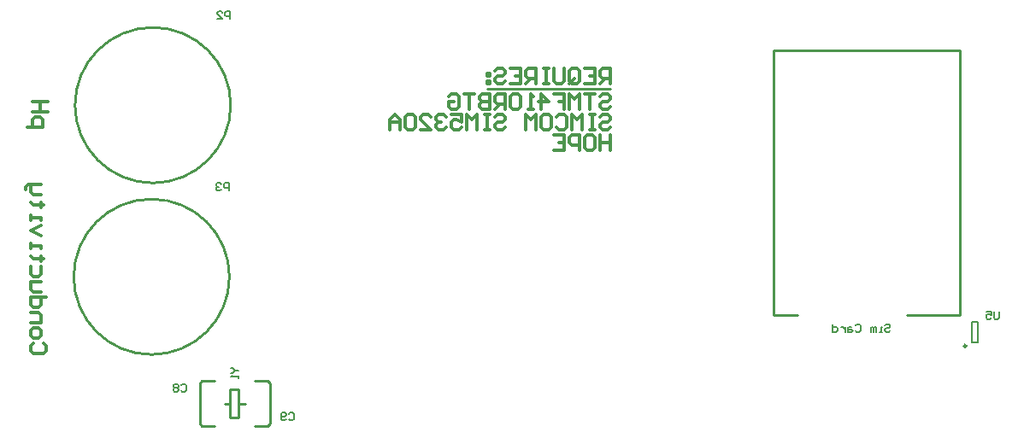
<source format=gbo>
G04 Layer_Color=32896*
%FSLAX24Y24*%
%MOIN*%
G70*
G01*
G75*
%ADD30C,0.0100*%
%ADD48C,0.0079*%
%ADD49C,0.0098*%
%ADD51C,0.0070*%
%ADD53C,0.0120*%
D30*
X8136Y6050D02*
G03*
X8136Y6050I-3036J0D01*
G01*
X8186Y12750D02*
G03*
X8186Y12750I-3036J0D01*
G01*
X18200Y13400D02*
X23000D01*
X29363Y4547D02*
Y14902D01*
Y4547D02*
X30298D01*
X29363Y14902D02*
X36617D01*
X36637Y4547D02*
Y14882D01*
X34570Y4547D02*
X36637D01*
X6972Y313D02*
Y1887D01*
Y313D02*
X7070Y214D01*
X6972Y1887D02*
X7070Y1986D01*
Y214D02*
X7563D01*
X7070Y1986D02*
X7563D01*
X9137Y214D02*
X9630D01*
X9137Y1986D02*
X9630D01*
X9728Y313D02*
Y1887D01*
X9630Y214D02*
X9728Y313D01*
X9630Y1986D02*
X9728Y1887D01*
X7956Y1100D02*
X8153D01*
X8498D02*
X8744D01*
X8498Y559D02*
Y1100D01*
X8153Y559D02*
Y1100D01*
Y559D02*
X8498D01*
X8153Y1100D02*
Y1641D01*
X8498D01*
Y1100D02*
Y1641D01*
D48*
X37318Y3506D02*
Y4294D01*
X37082Y3506D02*
Y4294D01*
X37318D01*
X37082Y3506D02*
X37318D01*
D49*
X36875Y3349D02*
G03*
X36875Y3349I-49J0D01*
G01*
D51*
X33700Y4150D02*
X33750Y4200D01*
X33850D01*
X33900Y4150D01*
Y4100D01*
X33850Y4050D01*
X33750D01*
X33700Y4000D01*
Y3950D01*
X33750Y3900D01*
X33850D01*
X33900Y3950D01*
X33600Y3900D02*
X33500D01*
X33550D01*
Y4100D01*
X33600D01*
X33350Y3900D02*
Y4100D01*
X33300D01*
X33250Y4050D01*
Y3900D01*
Y4050D01*
X33200Y4100D01*
X33150Y4050D01*
Y3900D01*
X32550Y4150D02*
X32600Y4200D01*
X32700D01*
X32750Y4150D01*
Y3950D01*
X32700Y3900D01*
X32600D01*
X32550Y3950D01*
X32400Y4100D02*
X32301D01*
X32251Y4050D01*
Y3900D01*
X32400D01*
X32450Y3950D01*
X32400Y4000D01*
X32251D01*
X32151Y4100D02*
Y3900D01*
Y4000D01*
X32101Y4050D01*
X32051Y4100D01*
X32001D01*
X31651Y4200D02*
Y3900D01*
X31801D01*
X31851Y3950D01*
Y4050D01*
X31801Y4100D01*
X31651D01*
X8200Y2500D02*
X8250D01*
X8350Y2400D01*
X8250Y2300D01*
X8200D01*
X8350Y2400D02*
X8500D01*
Y2200D02*
Y2100D01*
Y2150D01*
X8200D01*
X8250Y2200D01*
X38150Y4700D02*
Y4450D01*
X38100Y4400D01*
X38000D01*
X37950Y4450D01*
Y4700D01*
X37650D02*
X37850D01*
Y4550D01*
X37750Y4600D01*
X37700D01*
X37650Y4550D01*
Y4450D01*
X37700Y4400D01*
X37800D01*
X37850Y4450D01*
X8120Y9410D02*
Y9710D01*
X7970D01*
X7920Y9660D01*
Y9560D01*
X7970Y9510D01*
X8120D01*
X7820Y9660D02*
X7770Y9710D01*
X7670D01*
X7620Y9660D01*
Y9610D01*
X7670Y9560D01*
X7720D01*
X7670D01*
X7620Y9510D01*
Y9460D01*
X7670Y9410D01*
X7770D01*
X7820Y9460D01*
X8170Y16110D02*
Y16410D01*
X8020D01*
X7970Y16360D01*
Y16260D01*
X8020Y16210D01*
X8170D01*
X7670Y16110D02*
X7870D01*
X7670Y16310D01*
Y16360D01*
X7720Y16410D01*
X7820D01*
X7870Y16360D01*
X10450Y700D02*
X10500Y750D01*
X10600D01*
X10650Y700D01*
Y500D01*
X10600Y450D01*
X10500D01*
X10450Y500D01*
X10350D02*
X10300Y450D01*
X10200D01*
X10150Y500D01*
Y700D01*
X10200Y750D01*
X10300D01*
X10350Y700D01*
Y650D01*
X10300Y600D01*
X10150D01*
X6250Y1810D02*
X6300Y1860D01*
X6400D01*
X6450Y1810D01*
Y1610D01*
X6400Y1560D01*
X6300D01*
X6250Y1610D01*
X6150Y1810D02*
X6100Y1860D01*
X6000D01*
X5950Y1810D01*
Y1760D01*
X6000Y1710D01*
X5950Y1660D01*
Y1610D01*
X6000Y1560D01*
X6100D01*
X6150Y1610D01*
Y1660D01*
X6100Y1710D01*
X6150Y1760D01*
Y1810D01*
X6100Y1710D02*
X6000D01*
D53*
X23000Y13600D02*
Y14200D01*
X22700D01*
X22600Y14100D01*
Y13900D01*
X22700Y13800D01*
X23000D01*
X22800D02*
X22600Y13600D01*
X22000Y14200D02*
X22400D01*
Y13600D01*
X22000D01*
X22400Y13900D02*
X22200D01*
X21401Y13700D02*
Y14100D01*
X21500Y14200D01*
X21700D01*
X21800Y14100D01*
Y13700D01*
X21700Y13600D01*
X21500D01*
X21600Y13800D02*
X21401Y13600D01*
X21500D02*
X21401Y13700D01*
X21201Y14200D02*
Y13700D01*
X21101Y13600D01*
X20901D01*
X20801Y13700D01*
Y14200D01*
X20601D02*
X20401D01*
X20501D01*
Y13600D01*
X20601D01*
X20401D01*
X20101D02*
Y14200D01*
X19801D01*
X19701Y14100D01*
Y13900D01*
X19801Y13800D01*
X20101D01*
X19901D02*
X19701Y13600D01*
X19101Y14200D02*
X19501D01*
Y13600D01*
X19101D01*
X19501Y13900D02*
X19301D01*
X18501Y14100D02*
X18601Y14200D01*
X18801D01*
X18901Y14100D01*
Y14000D01*
X18801Y13900D01*
X18601D01*
X18501Y13800D01*
Y13700D01*
X18601Y13600D01*
X18801D01*
X18901Y13700D01*
X18302Y14000D02*
X18202D01*
Y13900D01*
X18302D01*
Y14000D01*
Y13700D02*
X18202D01*
Y13600D01*
X18302D01*
Y13700D01*
X23000Y11600D02*
Y11000D01*
Y11300D01*
X22600D01*
Y11600D01*
Y11000D01*
X22100Y11600D02*
X22300D01*
X22400Y11500D01*
Y11100D01*
X22300Y11000D01*
X22100D01*
X22000Y11100D01*
Y11500D01*
X22100Y11600D01*
X21800Y11000D02*
Y11600D01*
X21500D01*
X21401Y11500D01*
Y11300D01*
X21500Y11200D01*
X21800D01*
X20801Y11600D02*
X21201D01*
Y11000D01*
X20801D01*
X21201Y11300D02*
X21001D01*
X22600Y12300D02*
X22700Y12400D01*
X22900D01*
X23000Y12300D01*
Y12200D01*
X22900Y12100D01*
X22700D01*
X22600Y12000D01*
Y11900D01*
X22700Y11800D01*
X22900D01*
X23000Y11900D01*
X22400Y12400D02*
X22200D01*
X22300D01*
Y11800D01*
X22400D01*
X22200D01*
X21900D02*
Y12400D01*
X21700Y12200D01*
X21500Y12400D01*
Y11800D01*
X20901Y12300D02*
X21001Y12400D01*
X21201D01*
X21301Y12300D01*
Y11900D01*
X21201Y11800D01*
X21001D01*
X20901Y11900D01*
X20401Y12400D02*
X20601D01*
X20701Y12300D01*
Y11900D01*
X20601Y11800D01*
X20401D01*
X20301Y11900D01*
Y12300D01*
X20401Y12400D01*
X20101Y11800D02*
Y12400D01*
X19901Y12200D01*
X19701Y12400D01*
Y11800D01*
X18501Y12300D02*
X18601Y12400D01*
X18801D01*
X18901Y12300D01*
Y12200D01*
X18801Y12100D01*
X18601D01*
X18501Y12000D01*
Y11900D01*
X18601Y11800D01*
X18801D01*
X18901Y11900D01*
X18302Y12400D02*
X18102D01*
X18202D01*
Y11800D01*
X18302D01*
X18102D01*
X17802D02*
Y12400D01*
X17602Y12200D01*
X17402Y12400D01*
Y11800D01*
X16802Y12400D02*
X17202D01*
Y12100D01*
X17002Y12200D01*
X16902D01*
X16802Y12100D01*
Y11900D01*
X16902Y11800D01*
X17102D01*
X17202Y11900D01*
X16602Y12300D02*
X16502Y12400D01*
X16302D01*
X16202Y12300D01*
Y12200D01*
X16302Y12100D01*
X16402D01*
X16302D01*
X16202Y12000D01*
Y11900D01*
X16302Y11800D01*
X16502D01*
X16602Y11900D01*
X15602Y11800D02*
X16002D01*
X15602Y12200D01*
Y12300D01*
X15702Y12400D01*
X15902D01*
X16002Y12300D01*
X15402D02*
X15302Y12400D01*
X15103D01*
X15003Y12300D01*
Y11900D01*
X15103Y11800D01*
X15302D01*
X15402Y11900D01*
Y12300D01*
X14803Y11800D02*
Y12200D01*
X14603Y12400D01*
X14403Y12200D01*
Y11800D01*
Y12100D01*
X14803D01*
X22600Y13100D02*
X22700Y13200D01*
X22900D01*
X23000Y13100D01*
Y13000D01*
X22900Y12900D01*
X22700D01*
X22600Y12800D01*
Y12700D01*
X22700Y12600D01*
X22900D01*
X23000Y12700D01*
X22400Y13200D02*
X22000D01*
X22200D01*
Y12600D01*
X21800D02*
Y13200D01*
X21600Y13000D01*
X21401Y13200D01*
Y12600D01*
X20801Y13200D02*
X21201D01*
Y12900D01*
X21001D01*
X21201D01*
Y12600D01*
X20301D02*
Y13200D01*
X20601Y12900D01*
X20201D01*
X20001Y12600D02*
X19801D01*
X19901D01*
Y13200D01*
X20001Y13100D01*
X19501D02*
X19401Y13200D01*
X19201D01*
X19101Y13100D01*
Y12700D01*
X19201Y12600D01*
X19401D01*
X19501Y12700D01*
Y13100D01*
X18901Y12600D02*
Y13200D01*
X18601D01*
X18501Y13100D01*
Y12900D01*
X18601Y12800D01*
X18901D01*
X18701D02*
X18501Y12600D01*
X18302Y13200D02*
Y12600D01*
X18002D01*
X17902Y12700D01*
Y12800D01*
X18002Y12900D01*
X18302D01*
X18002D01*
X17902Y13000D01*
Y13100D01*
X18002Y13200D01*
X18302D01*
X17702D02*
X17302D01*
X17502D01*
Y12600D01*
X16702Y13100D02*
X16802Y13200D01*
X17002D01*
X17102Y13100D01*
Y12700D01*
X17002Y12600D01*
X16802D01*
X16702Y12700D01*
Y12900D01*
X16902D01*
X900Y3450D02*
X1000Y3350D01*
Y3150D01*
X900Y3050D01*
X500D01*
X400Y3150D01*
Y3350D01*
X500Y3450D01*
X400Y3750D02*
Y3950D01*
X500Y4050D01*
X700D01*
X800Y3950D01*
Y3750D01*
X700Y3650D01*
X500D01*
X400Y3750D01*
Y4250D02*
X800D01*
Y4550D01*
X700Y4649D01*
X400D01*
X1000Y5249D02*
X400D01*
Y4949D01*
X500Y4849D01*
X700D01*
X800Y4949D01*
Y5249D01*
Y5449D02*
X500D01*
X400Y5549D01*
Y5849D01*
X800D01*
Y6449D02*
Y6149D01*
X700Y6049D01*
X500D01*
X400Y6149D01*
Y6449D01*
X900Y6749D02*
X800D01*
Y6649D01*
Y6849D01*
Y6749D01*
X500D01*
X400Y6849D01*
Y7149D02*
Y7349D01*
Y7249D01*
X800D01*
Y7149D01*
Y7649D02*
X400Y7848D01*
X800Y8048D01*
X400Y8248D02*
Y8448D01*
Y8348D01*
X800D01*
Y8248D01*
X900Y8848D02*
X800D01*
Y8748D01*
Y8948D01*
Y8848D01*
X500D01*
X400Y8948D01*
X800Y9248D02*
X500D01*
X400Y9348D01*
Y9648D01*
X300D01*
X200Y9548D01*
Y9448D01*
X400Y9648D02*
X800D01*
X250Y11900D02*
X850D01*
Y12200D01*
X750Y12300D01*
X550D01*
X450Y12200D01*
Y11900D01*
X1050Y12500D02*
X450D01*
X750D01*
Y12900D01*
X1050D01*
X450D01*
M02*

</source>
